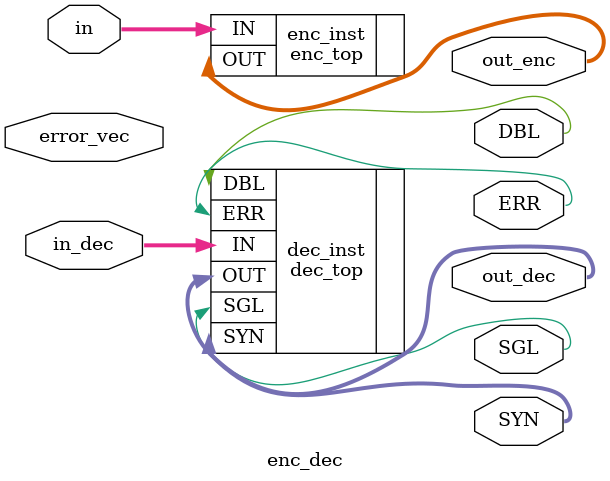
<source format=sv>

module enc_dec (
    input logic [255:0] in,
    input logic [271:0] in_dec,
    output logic [271:0] out_dec,
    input logic [271:0] error_vec,
    output logic [271:0] out_enc,
    output logic ERR, SGL, DBL,
    output logic [15:0] SYN
    );

enc_top enc_inst(
        .IN(in),
        .OUT(out_enc)
);

dec_top dec_inst(
    .IN(in_dec),
    .OUT(out_dec),
    .ERR(ERR),
    .SGL(SGL),
    .DBL(DBL),
    .SYN(SYN)
);

endmodule

</source>
